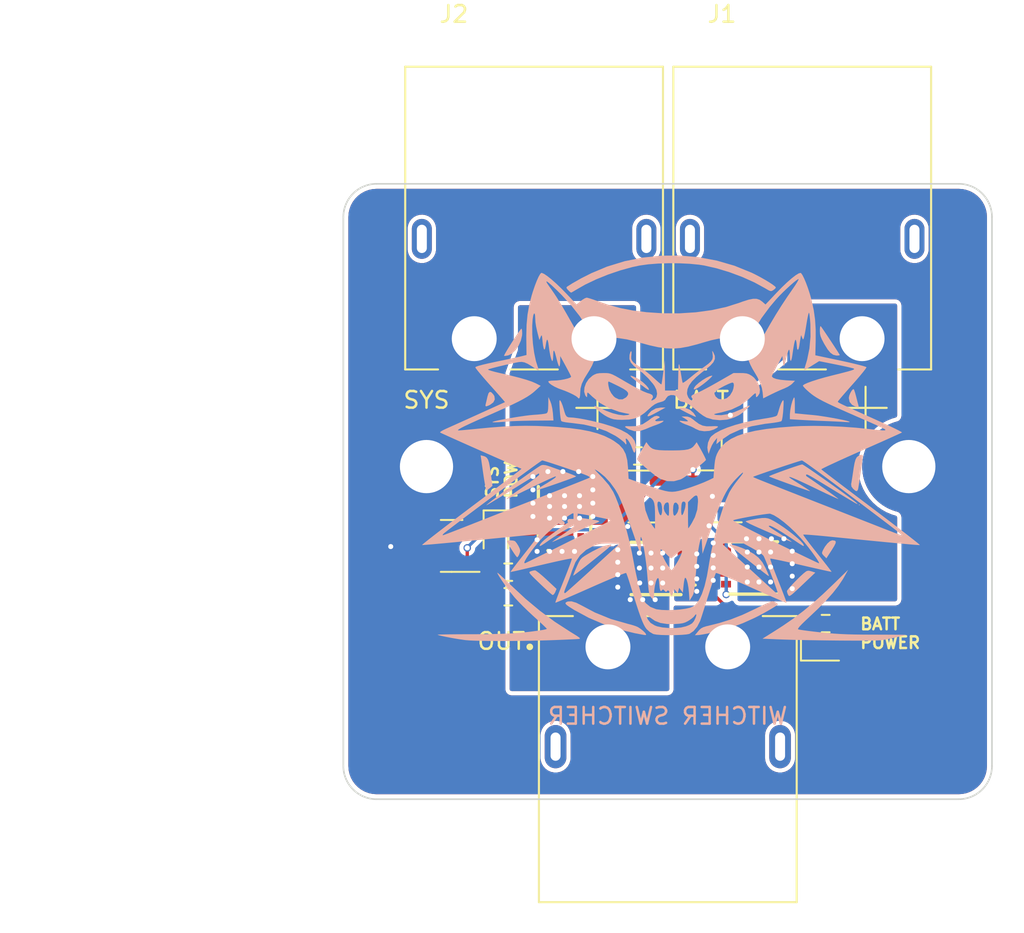
<source format=kicad_pcb>
(kicad_pcb (version 20221018) (generator pcbnew)
  (layers (0 "F.Cu" signal) (31 "B.Cu" signal) (34 "B.Paste" user) (35 "F.Paste" user) (36 "B.SilkS" user "B.Silkscreen") (37 "F.SilkS" user "F.Silkscreen") (38 "B.Mask" user) (39 "F.Mask" user) (44 "Edge.Cuts" user))
  (net 0 "")
  (net 1 "Net-(J1-+)")
  (net 2 "Net-(J2-+)")
  (net 3 "Net-(D1-K)")
  (net 4 "Net-(Q1-G)")
  (net 5 "GND")
  (net 6 "Net-(Q2-S_1)")
  (net 7 "Net-(D1-A)")
  (net 9 "/GATE1")
  (net 10 "Net-(U1-CTL)")
  (net 11 "/SENSE")
  (net 12 "/STAT")
  (net 14 "Net-(D2-A)")
  (footprint "Resistor_SMD:R_0603_1608Metric" (layer "F.Cu") (at 119.92 89.83 180)
    (fp_text reference "R3")
    (fp_text value "470k")
    (pad "1" smd roundrect (at -0.825 0 180) (size 0.8 0.95) (layers "F.Cu" "F.Paste" "F.Mask") (net 11 "/SENSE"))
    (pad "2" smd roundrect (at 0.825 0 180) (size 0.8 0.95) (layers "F.Cu" "F.Paste" "F.Mask") (net 12 "/STAT"))
  )
  (footprint "iclr:AMASS_XT60PW-M" (layer "F.Cu") (at 121.47 68.31)
    (fp_text reference "J2" (at -4.8236 -13.51498) (layer "F.SilkS") (effects (font (size 1.000441 1.000441))))
    (fp_text value "XT60PW-M")
    (pad "1" thru_hole rect (at 3.6 6) (size 3.716 3.716) (drill 2.7) (layers "*.Cu" "*.Mask") (net 2 "Net-(J2-+)"))
    (pad "2" thru_hole circle (at -3.6 6) (size 3.716 3.716) (drill 2.7) (layers "*.Cu" "*.Mask") (net 5 "GND"))
    (pad "S1" thru_hole oval (at 6.75 0) (size 1.2 2.4) (drill oval 0.6 1.7) (layers "*.Cu" "*.Mask"))
    (pad "S2" thru_hole oval (at -6.75 0) (size 1.2 2.4) (drill oval 0.6 1.7) (layers "*.Cu" "*.Mask"))
  )
  (footprint "MountingHole:MountingHole_3.2mm_M3_DIN965_Pad" (layer "F.Cu") (at 144 82)
    (fp_text reference "H1")
    (fp_text value "MountingHole_Pad")
    (pad "1" thru_hole circle (at 0 0) (size 5.6 5.6) (drill 3.2) (layers "*.Cu" "*.Mask") (net 5 "GND"))
  )
  (footprint "LED_SMD:LED_0603_1608Metric" (layer "F.Cu") (at 139 92.93)
    (fp_text reference "D2")
    (fp_text value "BATT_LED")
    (pad "1" smd roundrect (at -0.7875 0) (size 0.875 0.95) (layers "F.Cu" "F.Paste" "F.Mask") (net 5 "GND"))
    (pad "2" smd roundrect (at 0.7875 0) (size 0.875 0.95) (layers "F.Cu" "F.Paste" "F.Mask") (net 14 "Net-(D2-A)"))
  )
  (footprint "Resistor_SMD:R_0603_1608Metric" (layer "F.Cu") (at 133.27 80.59 90)
    (fp_text reference "R2")
    (fp_text value "10k")
    (pad "1" smd roundrect (at -0.825 0 90) (size 0.8 0.95) (layers "F.Cu" "F.Paste" "F.Mask") (net 10 "Net-(U1-CTL)"))
    (pad "2" smd roundrect (at 0.825 0 90) (size 0.8 0.95) (layers "F.Cu" "F.Paste" "F.Mask") (net 5 "GND"))
  )
  (footprint "iclr:PXP01230QLJ" (layer "F.Cu") (at 128.8 88.125 90)
    (fp_text reference "Q3")
    (fp_text value "PXP012-30QLJ" hide)
    (pad "1" smd rect (at -0.975 1.6 90) (size 0.4 0.6) (layers "F.Cu" "F.Paste" "F.Mask") (net 6 "Net-(Q2-S_1)"))
    (pad "2" smd rect (at -0.325 1.6 90) (size 0.4 0.6) (layers "F.Cu" "F.Paste" "F.Mask") (net 6 "Net-(Q2-S_1)"))
    (pad "3" smd rect (at 0.325 1.6 90) (size 0.4 0.6) (layers "F.Cu" "F.Paste" "F.Mask") (net 6 "Net-(Q2-S_1)"))
    (pad "4" smd rect (at 0.975 1.6 90) (size 0.4 0.6) (layers "F.Cu" "F.Paste" "F.Mask") (net 9 "/GATE1"))
    (pad "5" smd rect (at 0.975 -1.625 90) (size 0.4 0.55) (layers "F.Cu" "F.Paste" "F.Mask") (net 11 "/SENSE"))
    (pad "6" smd rect (at 0.325 -1.625 90) (size 0.4 0.55) (layers "F.Cu" "F.Paste" "F.Mask") (net 11 "/SENSE"))
    (pad "7" smd rect (at -0.325 -1.625 90) (size 0.4 0.55) (layers "F.Cu" "F.Paste" "F.Mask") (net 11 "/SENSE"))
    (pad "8" smd rect (at -0.975 -1.625 90) (size 0.4 0.55) (layers "F.Cu" "F.Paste" "F.Mask") (net 11 "/SENSE"))
    (pad "9" smd rect (at 0 -0.335 180) (size 2.03 2.65) (layers "F.Cu" "F.Paste" "F.Mask") (net 11 "/SENSE"))
  )
  (footprint "iclr:AMASS_XT60PW-M" (layer "F.Cu") (at 137.59 68.31)
    (fp_text reference "J1" (at -4.8236 -13.51498) (layer "F.SilkS") (effects (font (size 1.000441 1.000441))))
    (fp_text value "XT60PW-M")
    (pad "1" thru_hole rect (at 3.6 6) (size 3.716 3.716) (drill 2.7) (layers "*.Cu" "*.Mask") (net 1 "Net-(J1-+)"))
    (pad "2" thru_hole circle (at -3.6 6) (size 3.716 3.716) (drill 2.7) (layers "*.Cu" "*.Mask") (net 5 "GND"))
    (pad "S1" thru_hole oval (at 6.75 0) (size 1.2 2.4) (drill oval 0.6 1.7) (layers "*.Cu" "*.Mask"))
    (pad "S2" thru_hole oval (at -6.75 0) (size 1.2 2.4) (drill oval 0.6 1.7) (layers "*.Cu" "*.Mask"))
  )
  (footprint "Resistor_SMD:R_0603_1608Metric" (layer "F.Cu") (at 139 91.44)
    (fp_text reference "R5")
    (fp_text value "3k")
    (pad "1" smd roundrect (at -0.825 0) (size 0.8 0.95) (layers "F.Cu" "F.Paste" "F.Mask") (net 6 "Net-(Q2-S_1)"))
    (pad "2" smd roundrect (at 0.825 0) (size 0.8 0.95) (layers "F.Cu" "F.Paste" "F.Mask") (net 14 "Net-(D2-A)"))
  )
  (footprint "Resistor_SMD:R_0603_1608Metric" (layer "F.Cu") (at 127.71 81.36 180)
    (fp_text reference "R1")
    (fp_text value "0")
    (pad "1" smd roundrect (at -0.825 0 180) (size 0.8 0.95) (layers "F.Cu" "F.Paste" "F.Mask") (net 10 "Net-(U1-CTL)"))
    (pad "2" smd roundrect (at 0.825 0 180) (size 0.8 0.95) (layers "F.Cu" "F.Paste" "F.Mask") (net 2 "Net-(J2-+)"))
  )
  (footprint "iclr:AMASS_XT60PW-F" (layer "F.Cu") (at 129.51 92.84)
    (fp_text reference "J3")
    (fp_text value "XT60PW-F")
    (pad "1" thru_hole circle (at -3.6 0) (size 3.716 3.716) (drill 2.7) (layers "*.Cu" "*.Mask") (net 11 "/SENSE"))
    (pad "2" thru_hole circle (at 3.6 0) (size 3.716 3.716) (drill 2.7) (layers "*.Cu" "*.Mask") (net 5 "GND"))
    (pad "S1" thru_hole oval (at -6.75 6) (size 1.3 2.6) (drill oval 0.6 1.7) (layers "*.Cu" "*.Mask"))
    (pad "S2" thru_hole oval (at 6.75 6) (size 1.3 2.6) (drill oval 0.6 1.7) (layers "*.Cu" "*.Mask"))
  )
  (footprint "iclr:PXP01230QLJ" (layer "F.Cu") (at 123.3 84.7)
    (fp_text reference "Q1" (at 0 0) (layer "B.SilkS") (effects (font (size 1.27 1.27) (thickness 0.254))))
    (fp_text value "PXP012-30QLJ" hide)
    (pad "1" smd rect (at -0.975 1.6) (size 0.4 0.6) (layers "F.Cu" "F.Paste" "F.Mask") (net 11 "/SENSE"))
    (pad "2" smd rect (at -0.325 1.6) (size 0.4 0.6) (layers "F.Cu" "F.Paste" "F.Mask") (net 11 "/SENSE"))
    (pad "3" smd rect (at 0.325 1.6) (size 0.4 0.6) (layers "F.Cu" "F.Paste" "F.Mask") (net 11 "/SENSE"))
    (pad "4" smd rect (at 0.975 1.6) (size 0.4 0.6) (layers "F.Cu" "F.Paste" "F.Mask") (net 4 "Net-(Q1-G)"))
    (pad "5" smd rect (at 0.975 -1.625) (size 0.4 0.55) (layers "F.Cu" "F.Paste" "F.Mask") (net 2 "Net-(J2-+)"))
    (pad "6" smd rect (at 0.325 -1.625) (size 0.4 0.55) (layers "F.Cu" "F.Paste" "F.Mask") (net 2 "Net-(J2-+)"))
    (pad "7" smd rect (at -0.325 -1.625) (size 0.4 0.55) (layers "F.Cu" "F.Paste" "F.Mask") (net 2 "Net-(J2-+)"))
    (pad "8" smd rect (at -0.975 -1.625) (size 0.4 0.55) (layers "F.Cu" "F.Paste" "F.Mask") (net 2 "Net-(J2-+)"))
    (pad "9" smd rect (at 0 -0.335 90) (size 2.03 2.65) (layers "F.Cu" "F.Paste" "F.Mask") (net 2 "Net-(J2-+)"))
  )
  (footprint "MountingHole:MountingHole_3.2mm_M3_DIN965_Pad" (layer "F.Cu") (at 115 82)
    (fp_text reference "H3")
    (fp_text value "MountingHole_Pad")
    (pad "1" thru_hole circle (at 0 0) (size 5.6 5.6) (drill 3.2) (layers "*.Cu" "*.Mask") (net 5 "GND"))
  )
  (footprint "LED_SMD:LED_0603_1608Metric" (layer "F.Cu") (at 119.17 86.12 -90)
    (fp_text reference "D1")
    (fp_text value "SYS_LED")
    (pad "1" smd roundrect (at -0.7875 0 270) (size 0.875 0.95) (layers "F.Cu" "F.Paste" "F.Mask") (net 3 "Net-(D1-K)"))
    (pad "2" smd roundrect (at 0.7875 0 270) (size 0.875 0.95) (layers "F.Cu" "F.Paste" "F.Mask") (net 7 "Net-(D1-A)"))
  )
  (footprint "Package_TO_SOT_SMD:SOT-23" (layer "F.Cu") (at 116.51 86.77 180)
    (fp_text reference "Q4")
    (fp_text value "FDN340P")
    (pad "1" smd roundrect (at -0.9375 -0.95 180) (size 1.475 0.6) (layers "F.Cu" "F.Paste" "F.Mask") (net 12 "/STAT"))
    (pad "2" smd roundrect (at -0.9375 0.95 180) (size 1.475 0.6) (layers "F.Cu" "F.Paste" "F.Mask") (net 3 "Net-(D1-K)"))
    (pad "3" smd roundrect (at 0.9375 0 180) (size 1.475 0.6) (layers "F.Cu" "F.Paste" "F.Mask") (net 5 "GND"))
  )
  (footprint "Package_TO_SOT_SMD:TSOT-23-6" (layer "F.Cu") (at 127.9425 83.8)
    (fp_text reference "U2")
    (fp_text value "LTC4412xS6")
    (pad "1" smd roundrect (at -1.1375 -0.95) (size 1.325 0.6) (layers "F.Cu" "F.Paste" "F.Mask") (net 2 "Net-(J2-+)"))
    (pad "2" smd roundrect (at -1.1375 0) (size 1.325 0.6) (layers "F.Cu" "F.Paste" "F.Mask") (net 5 "GND"))
    (pad "3" smd roundrect (at -1.1375 0.95) (size 1.325 0.6) (layers "F.Cu" "F.Paste" "F.Mask") (net 5 "GND"))
    (pad "4" smd roundrect (at 1.1375 0.95) (size 1.325 0.6) (layers "F.Cu" "F.Paste" "F.Mask"))
    (pad "5" smd roundrect (at 1.1375 0) (size 1.325 0.6) (layers "F.Cu" "F.Paste" "F.Mask") (net 4 "Net-(Q1-G)"))
    (pad "6" smd roundrect (at 1.1375 -0.95) (size 1.325 0.6) (layers "F.Cu" "F.Paste" "F.Mask") (net 11 "/SENSE"))
  )
  (footprint "Resistor_SMD:R_0603_1608Metric" (layer "F.Cu") (at 119.915 88.35 180)
    (fp_text reference "R4")
    (fp_text value "3k")
    (pad "1" smd roundrect (at -0.825 0 180) (size 0.8 0.95) (layers "F.Cu" "F.Paste" "F.Mask") (net 11 "/SENSE"))
    (pad "2" smd roundrect (at 0.825 0 180) (size 0.8 0.95) (layers "F.Cu" "F.Paste" "F.Mask") (net 7 "Net-(D1-A)"))
  )
  (footprint "iclr:PXP01230QLJ" (layer "F.Cu") (at 134.61 88.095 -90)
    (fp_text reference "Q2")
    (fp_text value "PXP012-30QLJ" hide)
    (pad "1" smd rect (at -0.975 1.6 270) (size 0.4 0.6) (layers "F.Cu" "F.Paste" "F.Mask") (net 6 "Net-(Q2-S_1)"))
    (pad "2" smd rect (at -0.325 1.6 270) (size 0.4 0.6) (layers "F.Cu" "F.Paste" "F.Mask") (net 6 "Net-(Q2-S_1)"))
    (pad "3" smd rect (at 0.325 1.6 270) (size 0.4 0.6) (layers "F.Cu" "F.Paste" "F.Mask") (net 6 "Net-(Q2-S_1)"))
    (pad "4" smd rect (at 0.975 1.6 270) (size 0.4 0.6) (layers "F.Cu" "F.Paste" "F.Mask") (net 9 "/GATE1"))
    (pad "5" smd rect (at 0.975 -1.625 270) (size 0.4 0.55) (layers "F.Cu" "F.Paste" "F.Mask") (net 1 "Net-(J1-+)"))
    (pad "6" smd rect (at 0.325 -1.625 270) (size 0.4 0.55) (layers "F.Cu" "F.Paste" "F.Mask") (net 1 "Net-(J1-+)"))
    (pad "7" smd rect (at -0.325 -1.625 270) (size 0.4 0.55) (layers "F.Cu" "F.Paste" "F.Mask") (net 1 "Net-(J1-+)"))
    (pad "8" smd rect (at -0.975 -1.625 270) (size 0.4 0.55) (layers "F.Cu" "F.Paste" "F.Mask") (net 1 "Net-(J1-+)"))
    (pad "9" smd rect (at 0 -0.335) (size 2.03 2.65) (layers "F.Cu" "F.Paste" "F.Mask") (net 1 "Net-(J1-+)"))
  )
  (footprint "Package_TO_SOT_SMD:TSOT-23-6" (layer "F.Cu") (at 132.15 83.79 180)
    (fp_text reference "U1")
    (fp_text value "LTC4412xS6")
    (pad "1" smd roundrect (at -1.1375 -0.95 180) (size 1.325 0.6) (layers "F.Cu" "F.Paste" "F.Mask") (net 1 "Net-(J1-+)"))
    (pad "2" smd roundrect (at -1.1375 0 180) (size 1.325 0.6) (layers "F.Cu" "F.Paste" "F.Mask") (net 5 "GND"))
    (pad "3" smd roundrect (at -1.1375 0.95 180) (size 1.325 0.6) (layers "F.Cu" "F.Paste" "F.Mask") (net 10 "Net-(U1-CTL)"))
    (pad "4" smd roundrect (at 1.1375 0.95 180) (size 1.325 0.6) (layers "F.Cu" "F.Paste" "F.Mask") (net 12 "/STAT"))
    (pad "5" smd roundrect (at 1.1375 0 180) (size 1.325 0.6) (layers "F.Cu" "F.Paste" "F.Mask") (net 9 "/GATE1"))
    (pad "6" smd roundrect (at 1.1375 -0.95 180) (size 1.325 0.6) (layers "F.Cu" "F.Paste" "F.Mask") (net 11 "/SENSE"))
  )
  (footprint "iclr:witcher_switcher" (layer "B.Cu") (at 129.703 80.489729 180)
    (fp_text reference "G***")
    (fp_text value "LOGO" hide)
  )
  (gr_line (start 110 67) (end 110 100) (stroke (width 0.1)) (layer "Edge.Cuts"))
  (gr_arc (start 147 65) (mid 148.414214 65.585786) (end 149 67) (stroke (width 0.1)) (layer "Edge.Cuts"))
  (gr_arc (start 112 102) (mid 110.585786 101.414214) (end 110 100) (stroke (width 0.1)) (layer "Edge.Cuts"))
  (gr_line (start 149 100) (end 149 67) (stroke (width 0.1)) (layer "Edge.Cuts"))
  (gr_arc (start 110 67) (mid 110.585786 65.585786) (end 112 65) (stroke (width 0.1)) (layer "Edge.Cuts"))
  (gr_line (start 112 102) (end 147 102) (stroke (width 0.1)) (layer "Edge.Cuts"))
  (gr_arc (start 149 100) (mid 148.414214 101.414214) (end 147 102) (stroke (width 0.1)) (layer "Edge.Cuts"))
  (gr_line (start 147 65) (end 112 65) (stroke (width 0.1)) (layer "Edge.Cuts"))
  (gr_text "WITCHER SWITCHER" (at 129.5 97) (layer "B.SilkS") (effects (font (size 1 1)) (justify mirror)))
  (gr_text "BATT" (at 131.5 78) (layer "F.SilkS") (effects (font (size 1 1))))
  (gr_text "SYS" (at 115 78) (layer "F.SilkS") (effects (font (size 1 1))))
  (gr_text "SYS\nPOWER" (at 120.5 84 90) (layer "F.SilkS") (effects (font (size 0.7 0.7)) (justify left bottom)))
  (gr_text "OUT" (at 119.5 92.5) (layer "F.SilkS") (effects (font (size 1 1))))
  (gr_text "BATT\nPOWER" (at 141 93) (layer "F.SilkS") (effects (font (size 0.7 0.7)) (justify left bottom)))
  (via (at 134.29 88.94) (size 0.6) (drill 0.3) (layers "F.Cu" "B.Cu") (net 1))
  (via (at 135.74 86.34) (size 0.6) (drill 0.3) (layers "F.Cu" "B.Cu") (net 1))
  (via (at 134.29 87.14) (size 0.6) (drill 0.3) (layers "F.Cu" "B.Cu") (net 1))
  (via (at 134.99 88.04) (size 0.6) (drill 0.3) (layers "F.Cu" "B.Cu") (net 1))
  (via (at 134.29 88.04) (size 0.6) (drill 0.3) (layers "F.Cu" "B.Cu") (net 1))
  (via (at 134.24 86.34) (size 0.6) (drill 0.3) (layers "F.Cu" "B.Cu") (net 1))
  (via (at 136.99 87.84) (size 0.6) (drill 0.3) (layers "F.Cu" "B.Cu") (net 1))
  (via (at 134.99 86.34) (size 0.6) (drill 0.3) (layers "F.Cu" "B.Cu") (net 1))
  (via (at 136.49 86.34) (size 0.6) (drill 0.3) (layers "F.Cu" "B.Cu") (net 1))
  (via (at 135.69 88.04) (size 0.6) (drill 0.3) (layers "F.Cu" "B.Cu") (net 1))
  (via (at 136.99 88.59) (size 0.6) (drill 0.3) (layers "F.Cu" "B.Cu") (net 1))
  (via (at 134.99 88.94) (size 0.6) (drill 0.3) (layers "F.Cu" "B.Cu") (net 1))
  (via (at 136.99 87.09) (size 0.6) (drill 0.3) (layers "F.Cu" "B.Cu") (net 1))
  (via (at 135.69 87.14) (size 0.6) (drill 0.3) (layers "F.Cu" "B.Cu") (net 1))
  (via (at 136.99 89.34) (size 0.6) (drill 0.3) (layers "F.Cu" "B.Cu") (net 1))
  (via (at 135.69 88.94) (size 0.6) (drill 0.3) (layers "F.Cu" "B.Cu") (net 1))
  (via (at 134.99 87.14) (size 0.6) (drill 0.3) (layers "F.Cu" "B.Cu") (net 1))
  (via (at 122.4 85.1) (size 0.6) (drill 0.3) (layers "F.Cu" "B.Cu") (net 2))
  (via (at 123.3 83.75) (size 0.6) (drill 0.3) (layers "F.Cu" "B.Cu") (net 2))
  (via (at 122.4 83.75) (size 0.6) (drill 0.3) (layers "F.Cu" "B.Cu") (net 2))
  (via (at 123.2 82.3) (size 0.6) (drill 0.3) (layers "F.Cu" "B.Cu") (net 2))
  (via (at 125 82.6) (size 0.6) (drill 0.3) (layers "F.Cu" "B.Cu") (net 2))
  (via (at 121.4 83.4) (size 0.6) (drill 0.3) (layers "F.Cu" "B.Cu") (net 2))
  (via (at 124.15 82.3) (size 0.6) (drill 0.3) (layers "F.Cu" "B.Cu") (net 2))
  (via (at 125 83.4) (size 0.6) (drill 0.3) (layers "F.Cu" "B.Cu") (net 2))
  (via (at 121.4 82.6) (size 0.6) (drill 0.3) (layers "F.Cu" "B.Cu") (net 2))
  (via (at 125 84.2) (size 0.6) (drill 0.3) (layers "F.Cu" "B.Cu") (net 2))
  (via (at 125 85) (size 0.6) (drill 0.3) (layers "F.Cu" "B.Cu") (net 2))
  (via (at 121.4 85) (size 0.6) (drill 0.3) (layers "F.Cu" "B.Cu") (net 2))
  (via (at 122.3 82.3) (size 0.6) (drill 0.3) (layers "F.Cu" "B.Cu") (net 2))
  (via (at 124.2 84.4) (size 0.6) (drill 0.3) (layers "F.Cu" "B.Cu") (net 2))
  (via (at 124.2 83.75) (size 0.6) (drill 0.3) (layers "F.Cu" "B.Cu") (net 2))
  (via (at 121.4 84.2) (size 0.6) (drill 0.3) (layers "F.Cu" "B.Cu") (net 2))
  (via (at 123.3 84.4) (size 0.6) (drill 0.3) (layers "F.Cu" "B.Cu") (net 2))
  (via (at 123.3 85.1) (size 0.6) (drill 0.3) (layers "F.Cu" "B.Cu") (net 2))
  (via (at 124.2 85.1) (size 0.6) (drill 0.3) (layers "F.Cu" "B.Cu") (net 2))
  (via (at 122.4 84.4) (size 0.6) (drill 0.3) (layers "F.Cu" "B.Cu") (net 2))
  (segment (start 118.6825 85.82) (end 119.17 85.3325) (width 0.25) (layer "F.Cu") (net 3))
  (segment (start 117.4475 85.82) (end 118.6825 85.82) (width 0.25) (layer "F.Cu") (net 3))
  (segment (start 128.0925 84.403249) (end 128.0925 85.5575) (width 0.25) (layer "F.Cu") (net 4))
  (segment (start 128.695749 83.8) (end 128.0925 84.403249) (width 0.25) (layer "F.Cu") (net 4))
  (segment (start 128.0925 85.5575) (end 127.35 86.3) (width 0.25) (layer "F.Cu") (net 4))
  (segment (start 127.35 86.3) (end 124.275 86.3) (width 0.25) (layer "F.Cu") (net 4))
  (segment (start 129.08 83.8) (end 128.695749 83.8) (width 0.25) (layer "F.Cu") (net 4))
  (via (at 112.85 86.81) (size 0.45) (drill 0.3) (layers "F.Cu" "B.Cu") (net 5))
  (via (at 127.1 85.6) (size 0.45) (drill 0.3) (layers "F.Cu" "B.Cu") (net 5))
  (via (at 132.19 83.79) (size 0.45) (drill 0.3) (layers "F.Cu" "B.Cu") (net 5))
  (via (at 133.27 78.91) (size 0.45) (drill 0.3) (layers "F.Cu" "B.Cu") (net 5))
  (segment (start 133.08 90.5) (end 132.25 89.67) (width 0.2) (layer "F.Cu") (net 6))
  (segment (start 138.175 91.44) (end 137.235 90.5) (width 0.2) (layer "F.Cu") (net 6))
  (segment (start 137.235 90.5) (end 133.08 90.5) (width 0.2) (layer "F.Cu") (net 6))
  (via (at 131.25 87.25) (size 0.6) (drill 0.3) (layers "F.Cu" "B.Cu") (net 6))
  (via (at 131.25 88) (size 0.6) (drill 0.3) (layers "F.Cu" "B.Cu") (net 6))
  (via (at 132.24 87.34) (size 0.6) (drill 0.3) (layers "F.Cu" "B.Cu") (net 6))
  (via (at 132.24 86.59) (size 0.6) (drill 0.3) (layers "F.Cu" "B.Cu") (net 6))
  (via (at 131.25 88.75) (size 0.6) (drill 0.3) (layers "F.Cu" "B.Cu") (net 6))
  (via (at 131.25 89.5) (size 0.6) (drill 0.3) (layers "F.Cu" "B.Cu") (net 6))
  (via (at 132.24 88.84) (size 0.6) (drill 0.3) (layers "F.Cu" "B.Cu") (net 6))
  (via (at 132.24 88.09) (size 0.6) (drill 0.3) (layers "F.Cu" "B.Cu") (net 6))
  (segment (start 119.17 88.27) (end 119.09 88.35) (width 0.25) (layer "F.Cu") (net 7))
  (segment (start 119.17 86.9075) (end 119.17 88.27) (width 0.25) (layer "F.Cu") (net 7))
  (segment (start 131.0125 83.79) (end 131.361396 83.79) (width 0.2) (layer "F.Cu") (net 9))
  (segment (start 131.99 84.418604) (end 131.99 85.56) (width 0.2) (layer "F.Cu") (net 9))
  (segment (start 131.99 85.56) (end 130.4 87.15) (width 0.2) (layer "F.Cu") (net 9))
  (segment (start 133.02 89.69) (end 133.02 89.08) (width 0.2) (layer "F.Cu") (net 9))
  (segment (start 131.361396 83.79) (end 131.99 84.418604) (width 0.2) (layer "F.Cu") (net 9))
  (segment (start 133.02 89.08) (end 133.01 89.07) (width 0.2) (layer "F.Cu") (net 9))
  (via (at 133.02 89.69) (size 0.45) (drill 0.3) (layers "F.Cu" "B.Cu") (net 9))
  (via (at 131.99 85.56) (size 0.45) (drill 0.3) (layers "F.Cu" "B.Cu") (net 9))
  (segment (start 132.058529 85.56) (end 131.99 85.56) (width 0.2) (layer "B.Cu") (net 9))
  (segment (start 133.02 86.521471) (end 132.058529 85.56) (width 0.2) (layer "B.Cu") (net 9))
  (segment (start 133.02 89.69) (end 133.02 86.521471) (width 0.2) (layer "B.Cu") (net 9))
  (segment (start 133.27 82.8225) (end 133.2875 82.84) (width 0.2) (layer "F.Cu") (net 10))
  (segment (start 133.215 81.36) (end 133.27 81.415) (width 0.2) (layer "F.Cu") (net 10))
  (segment (start 133.27 81.415) (end 133.27 82.8225) (width 0.2) (layer "F.Cu") (net 10))
  (segment (start 128.535 81.36) (end 133.215 81.36) (width 0.2) (layer "F.Cu") (net 10))
  (segment (start 129.08 82.85) (end 129.428896 82.85) (width 0.2) (layer "F.Cu") (net 11))
  (segment (start 131.0025 84.73) (end 130.0425 84.73) (width 0.2) (layer "F.Cu") (net 11))
  (segment (start 130.0425 84.73) (end 130.0425 86.5475) (width 0.2) (layer "F.Cu") (net 11))
  (segment (start 129.428896 82.85) (end 130.0425 83.463604) (width 0.2) (layer "F.Cu") (net 11))
  (segment (start 130.0425 83.463604) (end 130.0425 84.73) (width 0.2) (layer "F.Cu") (net 11))
  (segment (start 131.0125 84.74) (end 131.0025 84.73) (width 0.2) (layer "F.Cu") (net 11))
  (segment (start 130.0425 86.5475) (end 128.465 88.125) (width 0.2) (layer "F.Cu") (net 11))
  (via (at 127.25 90) (size 0.6) (drill 0.3) (layers "F.Cu" "B.Cu") (net 11))
  (via (at 123.9 87.1) (size 0.6) (drill 0.3) (layers "F.Cu" "B.Cu") (net 11))
  (via (at 129.2 87.2) (size 0.6) (drill 0.3) (layers "F.Cu" "B.Cu") (net 11))
  (via (at 127.8 88.1) (size 0.6) (drill 0.3) (layers "F.Cu" "B.Cu") (net 11))
  (via (at 122.4 87.1) (size 0.6) (drill 0.3) (layers "F.Cu" "B.Cu") (net 11))
  (via (at 126.5 87) (size 0.6) (drill 0.3) (layers "F.Cu" "B.Cu") (net 11))
  (via (at 128.5 87.2) (size 0.6) (drill 0.3) (layers "F.Cu" "B.Cu") (net 11))
  (via (at 123.15 87.1) (size 0.6) (drill 0.3) (layers "F.Cu" "B.Cu") (net 11))
  (via (at 129.2 89) (size 0.6) (drill 0.3) (layers "F.Cu" "B.Cu") (net 11))
  (via (at 127.820933 88.997276) (size 0.6) (drill 0.3) (layers "F.Cu" "B.Cu") (net 11))
  (via (at 128.75 90) (size 0.6) (drill 0.3) (layers "F.Cu" "B.Cu") (net 11))
  (via (at 129.2 88.1) (size 0.6) (drill 0.3) (layers "F.Cu" "B.Cu") (net 11))
  (via (at 121.65 87.1) (size 0.6) (drill 0.3) (layers "F.Cu" "B.Cu") (net 11))
  (via (at 128.5 88.1) (size 0.6) (drill 0.3) (layers "F.Cu" "B.Cu") (net 11))
  (via (at 127.8 87.2) (size 0.6) (drill 0.3) (layers "F.Cu" "B.Cu") (net 11))
  (via (at 128 90) (size 0.6) (drill 0.3) (layers "F.Cu" "B.Cu") (net 11))
  (via (at 126.5 88.5) (size 0.6) (drill 0.3) (layers "F.Cu" "B.Cu") (net 11))
  (via (at 126.5 89.25) (size 0.6) (drill 0.3) (layers "F.Cu" "B.Cu") (net 11))
  (via (at 126.5 87.75) (size 0.6) (drill 0.3) (layers "F.Cu" "B.Cu") (net 11))
  (via (at 121.65 86.4) (size 0.6) (drill 0.3) (layers "F.Cu" "B.Cu") (net 11))
  (via (at 128.5 89) (size 0.6) (drill 0.3) (layers "F.Cu" "B.Cu") (net 11))
  (segment (start 119.095 89.83) (end 117.4475 88.1825) (width 0.25) (layer "F.Cu") (net 12))
  (segment (start 131.02 82.8325) (end 131.0125 82.84) (width 0.2) (layer "F.Cu") (net 12))
  (segment (start 117.45 87.7175) (end 117.4475 87.72) (width 0.2) (layer "F.Cu") (net 12))
  (segment (start 117.4475 88.1825) (end 117.4475 87.72) (width 0.25) (layer "F.Cu") (net 12))
  (segment (start 117.45 86.89) (end 117.45 87.7175) (width 0.2) (layer "F.Cu") (net 12))
  (segment (start 131.02 82.18) (end 131.02 82.8325) (width 0.2) (layer "F.Cu") (net 12))
  (via (at 117.45 86.89) (size 0.45) (drill 0.3) (layers "F.Cu" "B.Cu") (net 12))
  (via (at 131.02 82.18) (size 0.45) (drill 0.3) (layers "F.Cu" "B.Cu") (net 12))
  (segment (start 125.96 85.8) (end 129.58 82.18) (width 0.2) (layer "B.Cu") (net 12))
  (segment (start 117.45 86.89) (end 117.45 86.87) (width 0.2) (layer "B.Cu") (net 12))
  (segment (start 117.45 86.87) (end 118.52 85.8) (width 0.2) (layer "B.Cu") (net 12))
  (segment (start 129.58 82.18) (end 131.02 82.18) (width 0.2) (layer "B.Cu") (net 12))
  (segment (start 118.52 85.8) (end 125.96 85.8) (width 0.2) (layer "B.Cu") (net 12))
  (segment (start 139.7875 92.93) (end 139.7875 91.4775) (width 0.2) (layer "F.Cu") (net 14))
  (segment (start 139.7875 91.4775) (end 139.825 91.44) (width 0.2) (layer "F.Cu") (net 14))
  (zone (net 5) (net_name "GND") (layer "F.Cu") (connect_pads yes (clearance 0.254)) (min_thickness 0.254) (fill yes (thermal_gap 0.508) (thermal_bridge_width 0.508))
    (polygon (pts (xy 150.9 109) (xy 108.2 109) (xy 108.2 58.1) (xy 150.9 58.1)))
  )
  (zone (net 2) (net_name "Net-(J2-+)") (layer "F.Cu") (priority 5) (connect_pads yes (clearance 0.254)) (min_thickness 0.25) (fill yes (thermal_gap 0.5) (thermal_bridge_width 0.5))
    (polygon (pts (xy 127.6 72.3) (xy 127.6 83.2) (xy 125.9 83.2) (xy 125.9 85.5) (xy 120 85.5) (xy 120 83.7) (xy 120 76.4) (xy 120.5 75) (xy 120.5 72.3)))
  )
  (zone (net 1) (net_name "Net-(J1-+)") (layers "F&B.Cu") (priority 3) (connect_pads yes (clearance 0.254)) (min_thickness 0.25) (fill yes (thermal_gap 0.5) (thermal_bridge_width 0.5))
    (polygon (pts (xy 133.7 90.1) (xy 143.3 90.1) (xy 143.3 72.2) (xy 136.7 72.2) (xy 136.7 75.7) (xy 134.3 77.7) (xy 134.3 84.4) (xy 132.5 84.4) (xy 132.5 85.2) (xy 133.7 87.3)))
  )
  (zone (net 6) (net_name "Net-(Q2-S_1)") (layers "F&B.Cu") (priority 2) (connect_pads yes (clearance 0.254)) (min_thickness 0.25) (fill yes (thermal_gap 0.5) (thermal_bridge_width 0.5))
    (polygon (pts (xy 131.6 86.3) (xy 133.4 86.3) (xy 133.4 89.4) (xy 132.5 89.4) (xy 132.5 90.1) (xy 129.9 90.1) (xy 129.9 87.5)))
  )
  (zone (net 11) (net_name "/SENSE") (layers "F&B.Cu") (priority 4) (connect_pads yes (clearance 0.254)) (min_thickness 0.25) (fill yes (thermal_gap 0.5) (thermal_bridge_width 0.5))
    (polygon (pts (xy 123.9 86.8) (xy 129.6 86.8) (xy 129.6 95.5) (xy 120 95.5) (xy 120 85.9) (xy 123.9 85.9)))
  )
  (zone (net 2) (net_name "Net-(J2-+)") (layer "B.Cu") (priority 6) (connect_pads yes (clearance 0.254)) (min_thickness 0.25) (fill yes (thermal_gap 0.5) (thermal_bridge_width 0.5))
    (polygon (pts (xy 120 76.4) (xy 120.5 75) (xy 120.5 72.3) (xy 127.6 72.3) (xy 127.6 83.3) (xy 125.5 85.5) (xy 120 85.5)))
  )
  (zone (net 5) (net_name "GND") (layer "B.Cu") (priority 1) (connect_pads yes (clearance 0.254)) (min_thickness 0.254) (fill yes (thermal_gap 0.508) (thermal_bridge_width 0.508))
    (polygon (pts (xy 150.9 109.1) (xy 108.2 109) (xy 108.2 58.1) (xy 150.9 58.2)))
  )
)
</source>
